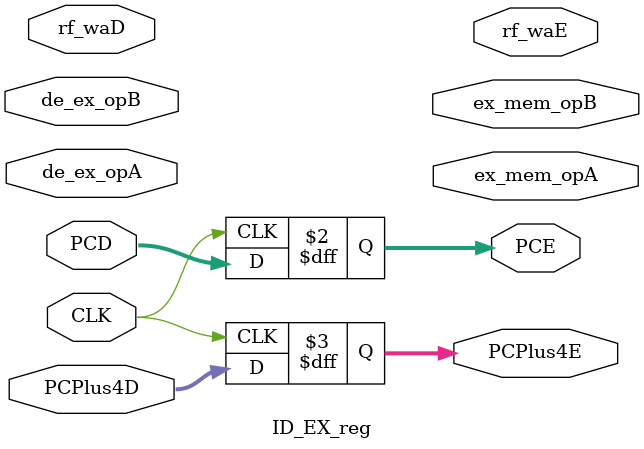
<source format=sv>
module ID_EX_reg(
    input CLK,
    input logic [4:0] rf_waD,
    input logic [31:0] PCD, PCPlus4D, de_ex_opA, de_ex_opB,
    
    output logic [4:0] rf_waE,
    output logic [31:0] PCE, PCPlus4E, ex_mem_opA, ex_mem_opB

    );
    
    always_ff @(posedge CLK) begin
        PCE <= PCD;
        PCPlus4E <= PCPlus4D;
        
    end
        
endmodule
</source>
